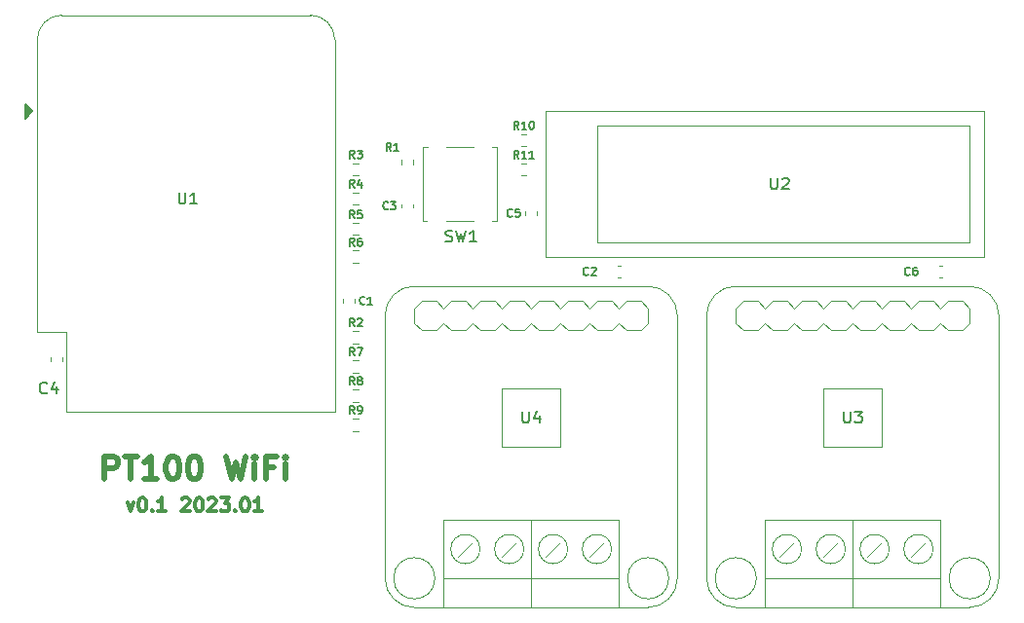
<source format=gbr>
%TF.GenerationSoftware,KiCad,Pcbnew,6.0.10+dfsg-1~bpo11+1*%
%TF.CreationDate,2023-02-01T20:55:54+01:00*%
%TF.ProjectId,double_pt100,646f7562-6c65-45f7-9074-3130302e6b69,rev?*%
%TF.SameCoordinates,Original*%
%TF.FileFunction,Legend,Top*%
%TF.FilePolarity,Positive*%
%FSLAX46Y46*%
G04 Gerber Fmt 4.6, Leading zero omitted, Abs format (unit mm)*
G04 Created by KiCad (PCBNEW 6.0.10+dfsg-1~bpo11+1) date 2023-02-01 20:55:54*
%MOMM*%
%LPD*%
G01*
G04 APERTURE LIST*
%ADD10C,0.500000*%
%ADD11C,0.300000*%
%ADD12C,0.150000*%
%ADD13C,0.120000*%
G04 APERTURE END LIST*
D10*
X82312857Y-137429761D02*
X82312857Y-135429761D01*
X83074761Y-135429761D01*
X83265238Y-135525000D01*
X83360476Y-135620238D01*
X83455714Y-135810714D01*
X83455714Y-136096428D01*
X83360476Y-136286904D01*
X83265238Y-136382142D01*
X83074761Y-136477380D01*
X82312857Y-136477380D01*
X84027142Y-135429761D02*
X85170000Y-135429761D01*
X84598571Y-137429761D02*
X84598571Y-135429761D01*
X86884285Y-137429761D02*
X85741428Y-137429761D01*
X86312857Y-137429761D02*
X86312857Y-135429761D01*
X86122380Y-135715476D01*
X85931904Y-135905952D01*
X85741428Y-136001190D01*
X88122380Y-135429761D02*
X88312857Y-135429761D01*
X88503333Y-135525000D01*
X88598571Y-135620238D01*
X88693809Y-135810714D01*
X88789047Y-136191666D01*
X88789047Y-136667857D01*
X88693809Y-137048809D01*
X88598571Y-137239285D01*
X88503333Y-137334523D01*
X88312857Y-137429761D01*
X88122380Y-137429761D01*
X87931904Y-137334523D01*
X87836666Y-137239285D01*
X87741428Y-137048809D01*
X87646190Y-136667857D01*
X87646190Y-136191666D01*
X87741428Y-135810714D01*
X87836666Y-135620238D01*
X87931904Y-135525000D01*
X88122380Y-135429761D01*
X90027142Y-135429761D02*
X90217619Y-135429761D01*
X90408095Y-135525000D01*
X90503333Y-135620238D01*
X90598571Y-135810714D01*
X90693809Y-136191666D01*
X90693809Y-136667857D01*
X90598571Y-137048809D01*
X90503333Y-137239285D01*
X90408095Y-137334523D01*
X90217619Y-137429761D01*
X90027142Y-137429761D01*
X89836666Y-137334523D01*
X89741428Y-137239285D01*
X89646190Y-137048809D01*
X89550952Y-136667857D01*
X89550952Y-136191666D01*
X89646190Y-135810714D01*
X89741428Y-135620238D01*
X89836666Y-135525000D01*
X90027142Y-135429761D01*
X92884285Y-135429761D02*
X93360476Y-137429761D01*
X93741428Y-136001190D01*
X94122380Y-137429761D01*
X94598571Y-135429761D01*
X95360476Y-137429761D02*
X95360476Y-136096428D01*
X95360476Y-135429761D02*
X95265238Y-135525000D01*
X95360476Y-135620238D01*
X95455714Y-135525000D01*
X95360476Y-135429761D01*
X95360476Y-135620238D01*
X96979523Y-136382142D02*
X96312857Y-136382142D01*
X96312857Y-137429761D02*
X96312857Y-135429761D01*
X97265238Y-135429761D01*
X98027142Y-137429761D02*
X98027142Y-136096428D01*
X98027142Y-135429761D02*
X97931904Y-135525000D01*
X98027142Y-135620238D01*
X98122380Y-135525000D01*
X98027142Y-135429761D01*
X98027142Y-135620238D01*
D11*
X84284285Y-139442857D02*
X84570000Y-140242857D01*
X84855714Y-139442857D01*
X85541428Y-139042857D02*
X85655714Y-139042857D01*
X85770000Y-139100000D01*
X85827142Y-139157142D01*
X85884285Y-139271428D01*
X85941428Y-139500000D01*
X85941428Y-139785714D01*
X85884285Y-140014285D01*
X85827142Y-140128571D01*
X85770000Y-140185714D01*
X85655714Y-140242857D01*
X85541428Y-140242857D01*
X85427142Y-140185714D01*
X85370000Y-140128571D01*
X85312857Y-140014285D01*
X85255714Y-139785714D01*
X85255714Y-139500000D01*
X85312857Y-139271428D01*
X85370000Y-139157142D01*
X85427142Y-139100000D01*
X85541428Y-139042857D01*
X86455714Y-140128571D02*
X86512857Y-140185714D01*
X86455714Y-140242857D01*
X86398571Y-140185714D01*
X86455714Y-140128571D01*
X86455714Y-140242857D01*
X87655714Y-140242857D02*
X86970000Y-140242857D01*
X87312857Y-140242857D02*
X87312857Y-139042857D01*
X87198571Y-139214285D01*
X87084285Y-139328571D01*
X86970000Y-139385714D01*
X89027142Y-139157142D02*
X89084285Y-139100000D01*
X89198571Y-139042857D01*
X89484285Y-139042857D01*
X89598571Y-139100000D01*
X89655714Y-139157142D01*
X89712857Y-139271428D01*
X89712857Y-139385714D01*
X89655714Y-139557142D01*
X88970000Y-140242857D01*
X89712857Y-140242857D01*
X90455714Y-139042857D02*
X90570000Y-139042857D01*
X90684285Y-139100000D01*
X90741428Y-139157142D01*
X90798571Y-139271428D01*
X90855714Y-139500000D01*
X90855714Y-139785714D01*
X90798571Y-140014285D01*
X90741428Y-140128571D01*
X90684285Y-140185714D01*
X90570000Y-140242857D01*
X90455714Y-140242857D01*
X90341428Y-140185714D01*
X90284285Y-140128571D01*
X90227142Y-140014285D01*
X90170000Y-139785714D01*
X90170000Y-139500000D01*
X90227142Y-139271428D01*
X90284285Y-139157142D01*
X90341428Y-139100000D01*
X90455714Y-139042857D01*
X91312857Y-139157142D02*
X91370000Y-139100000D01*
X91484285Y-139042857D01*
X91770000Y-139042857D01*
X91884285Y-139100000D01*
X91941428Y-139157142D01*
X91998571Y-139271428D01*
X91998571Y-139385714D01*
X91941428Y-139557142D01*
X91255714Y-140242857D01*
X91998571Y-140242857D01*
X92398571Y-139042857D02*
X93141428Y-139042857D01*
X92741428Y-139500000D01*
X92912857Y-139500000D01*
X93027142Y-139557142D01*
X93084285Y-139614285D01*
X93141428Y-139728571D01*
X93141428Y-140014285D01*
X93084285Y-140128571D01*
X93027142Y-140185714D01*
X92912857Y-140242857D01*
X92570000Y-140242857D01*
X92455714Y-140185714D01*
X92398571Y-140128571D01*
X93655714Y-140128571D02*
X93712857Y-140185714D01*
X93655714Y-140242857D01*
X93598571Y-140185714D01*
X93655714Y-140128571D01*
X93655714Y-140242857D01*
X94455714Y-139042857D02*
X94570000Y-139042857D01*
X94684285Y-139100000D01*
X94741428Y-139157142D01*
X94798571Y-139271428D01*
X94855714Y-139500000D01*
X94855714Y-139785714D01*
X94798571Y-140014285D01*
X94741428Y-140128571D01*
X94684285Y-140185714D01*
X94570000Y-140242857D01*
X94455714Y-140242857D01*
X94341428Y-140185714D01*
X94284285Y-140128571D01*
X94227142Y-140014285D01*
X94170000Y-139785714D01*
X94170000Y-139500000D01*
X94227142Y-139271428D01*
X94284285Y-139157142D01*
X94341428Y-139100000D01*
X94455714Y-139042857D01*
X95998571Y-140242857D02*
X95312857Y-140242857D01*
X95655714Y-140242857D02*
X95655714Y-139042857D01*
X95541428Y-139214285D01*
X95427142Y-139328571D01*
X95312857Y-139385714D01*
D12*
%TO.C,R11*%
X118295000Y-109536666D02*
X118061666Y-109203333D01*
X117895000Y-109536666D02*
X117895000Y-108836666D01*
X118161666Y-108836666D01*
X118228333Y-108870000D01*
X118261666Y-108903333D01*
X118295000Y-108970000D01*
X118295000Y-109070000D01*
X118261666Y-109136666D01*
X118228333Y-109170000D01*
X118161666Y-109203333D01*
X117895000Y-109203333D01*
X118961666Y-109536666D02*
X118561666Y-109536666D01*
X118761666Y-109536666D02*
X118761666Y-108836666D01*
X118695000Y-108936666D01*
X118628333Y-109003333D01*
X118561666Y-109036666D01*
X119628333Y-109536666D02*
X119228333Y-109536666D01*
X119428333Y-109536666D02*
X119428333Y-108836666D01*
X119361666Y-108936666D01*
X119295000Y-109003333D01*
X119228333Y-109036666D01*
%TO.C,R6*%
X104023333Y-117156666D02*
X103790000Y-116823333D01*
X103623333Y-117156666D02*
X103623333Y-116456666D01*
X103890000Y-116456666D01*
X103956666Y-116490000D01*
X103990000Y-116523333D01*
X104023333Y-116590000D01*
X104023333Y-116690000D01*
X103990000Y-116756666D01*
X103956666Y-116790000D01*
X103890000Y-116823333D01*
X103623333Y-116823333D01*
X104623333Y-116456666D02*
X104490000Y-116456666D01*
X104423333Y-116490000D01*
X104390000Y-116523333D01*
X104323333Y-116623333D01*
X104290000Y-116756666D01*
X104290000Y-117023333D01*
X104323333Y-117090000D01*
X104356666Y-117123333D01*
X104423333Y-117156666D01*
X104556666Y-117156666D01*
X104623333Y-117123333D01*
X104656666Y-117090000D01*
X104690000Y-117023333D01*
X104690000Y-116856666D01*
X104656666Y-116790000D01*
X104623333Y-116756666D01*
X104556666Y-116723333D01*
X104423333Y-116723333D01*
X104356666Y-116756666D01*
X104323333Y-116790000D01*
X104290000Y-116856666D01*
%TO.C,C6*%
X152283333Y-119630000D02*
X152250000Y-119663333D01*
X152150000Y-119696666D01*
X152083333Y-119696666D01*
X151983333Y-119663333D01*
X151916666Y-119596666D01*
X151883333Y-119530000D01*
X151850000Y-119396666D01*
X151850000Y-119296666D01*
X151883333Y-119163333D01*
X151916666Y-119096666D01*
X151983333Y-119030000D01*
X152083333Y-118996666D01*
X152150000Y-118996666D01*
X152250000Y-119030000D01*
X152283333Y-119063333D01*
X152883333Y-118996666D02*
X152750000Y-118996666D01*
X152683333Y-119030000D01*
X152650000Y-119063333D01*
X152583333Y-119163333D01*
X152550000Y-119296666D01*
X152550000Y-119563333D01*
X152583333Y-119630000D01*
X152616666Y-119663333D01*
X152683333Y-119696666D01*
X152816666Y-119696666D01*
X152883333Y-119663333D01*
X152916666Y-119630000D01*
X152950000Y-119563333D01*
X152950000Y-119396666D01*
X152916666Y-119330000D01*
X152883333Y-119296666D01*
X152816666Y-119263333D01*
X152683333Y-119263333D01*
X152616666Y-119296666D01*
X152583333Y-119330000D01*
X152550000Y-119396666D01*
%TO.C,C5*%
X117739333Y-114550000D02*
X117706000Y-114583333D01*
X117606000Y-114616666D01*
X117539333Y-114616666D01*
X117439333Y-114583333D01*
X117372666Y-114516666D01*
X117339333Y-114450000D01*
X117306000Y-114316666D01*
X117306000Y-114216666D01*
X117339333Y-114083333D01*
X117372666Y-114016666D01*
X117439333Y-113950000D01*
X117539333Y-113916666D01*
X117606000Y-113916666D01*
X117706000Y-113950000D01*
X117739333Y-113983333D01*
X118372666Y-113916666D02*
X118039333Y-113916666D01*
X118006000Y-114250000D01*
X118039333Y-114216666D01*
X118106000Y-114183333D01*
X118272666Y-114183333D01*
X118339333Y-114216666D01*
X118372666Y-114250000D01*
X118406000Y-114316666D01*
X118406000Y-114483333D01*
X118372666Y-114550000D01*
X118339333Y-114583333D01*
X118272666Y-114616666D01*
X118106000Y-114616666D01*
X118039333Y-114583333D01*
X118006000Y-114550000D01*
%TO.C,R1*%
X107198333Y-108901666D02*
X106965000Y-108568333D01*
X106798333Y-108901666D02*
X106798333Y-108201666D01*
X107065000Y-108201666D01*
X107131666Y-108235000D01*
X107165000Y-108268333D01*
X107198333Y-108335000D01*
X107198333Y-108435000D01*
X107165000Y-108501666D01*
X107131666Y-108535000D01*
X107065000Y-108568333D01*
X106798333Y-108568333D01*
X107865000Y-108901666D02*
X107465000Y-108901666D01*
X107665000Y-108901666D02*
X107665000Y-108201666D01*
X107598333Y-108301666D01*
X107531666Y-108368333D01*
X107465000Y-108401666D01*
%TO.C,R2*%
X104023333Y-124141666D02*
X103790000Y-123808333D01*
X103623333Y-124141666D02*
X103623333Y-123441666D01*
X103890000Y-123441666D01*
X103956666Y-123475000D01*
X103990000Y-123508333D01*
X104023333Y-123575000D01*
X104023333Y-123675000D01*
X103990000Y-123741666D01*
X103956666Y-123775000D01*
X103890000Y-123808333D01*
X103623333Y-123808333D01*
X104290000Y-123508333D02*
X104323333Y-123475000D01*
X104390000Y-123441666D01*
X104556666Y-123441666D01*
X104623333Y-123475000D01*
X104656666Y-123508333D01*
X104690000Y-123575000D01*
X104690000Y-123641666D01*
X104656666Y-123741666D01*
X104256666Y-124141666D01*
X104690000Y-124141666D01*
%TO.C,R10*%
X118295000Y-106996666D02*
X118061666Y-106663333D01*
X117895000Y-106996666D02*
X117895000Y-106296666D01*
X118161666Y-106296666D01*
X118228333Y-106330000D01*
X118261666Y-106363333D01*
X118295000Y-106430000D01*
X118295000Y-106530000D01*
X118261666Y-106596666D01*
X118228333Y-106630000D01*
X118161666Y-106663333D01*
X117895000Y-106663333D01*
X118961666Y-106996666D02*
X118561666Y-106996666D01*
X118761666Y-106996666D02*
X118761666Y-106296666D01*
X118695000Y-106396666D01*
X118628333Y-106463333D01*
X118561666Y-106496666D01*
X119395000Y-106296666D02*
X119461666Y-106296666D01*
X119528333Y-106330000D01*
X119561666Y-106363333D01*
X119595000Y-106430000D01*
X119628333Y-106563333D01*
X119628333Y-106730000D01*
X119595000Y-106863333D01*
X119561666Y-106930000D01*
X119528333Y-106963333D01*
X119461666Y-106996666D01*
X119395000Y-106996666D01*
X119328333Y-106963333D01*
X119295000Y-106930000D01*
X119261666Y-106863333D01*
X119228333Y-106730000D01*
X119228333Y-106563333D01*
X119261666Y-106430000D01*
X119295000Y-106363333D01*
X119328333Y-106330000D01*
X119395000Y-106296666D01*
%TO.C,R4*%
X104023333Y-112076666D02*
X103790000Y-111743333D01*
X103623333Y-112076666D02*
X103623333Y-111376666D01*
X103890000Y-111376666D01*
X103956666Y-111410000D01*
X103990000Y-111443333D01*
X104023333Y-111510000D01*
X104023333Y-111610000D01*
X103990000Y-111676666D01*
X103956666Y-111710000D01*
X103890000Y-111743333D01*
X103623333Y-111743333D01*
X104623333Y-111610000D02*
X104623333Y-112076666D01*
X104456666Y-111343333D02*
X104290000Y-111843333D01*
X104723333Y-111843333D01*
%TO.C,C1*%
X104912333Y-122170000D02*
X104879000Y-122203333D01*
X104779000Y-122236666D01*
X104712333Y-122236666D01*
X104612333Y-122203333D01*
X104545666Y-122136666D01*
X104512333Y-122070000D01*
X104479000Y-121936666D01*
X104479000Y-121836666D01*
X104512333Y-121703333D01*
X104545666Y-121636666D01*
X104612333Y-121570000D01*
X104712333Y-121536666D01*
X104779000Y-121536666D01*
X104879000Y-121570000D01*
X104912333Y-121603333D01*
X105579000Y-122236666D02*
X105179000Y-122236666D01*
X105379000Y-122236666D02*
X105379000Y-121536666D01*
X105312333Y-121636666D01*
X105245666Y-121703333D01*
X105179000Y-121736666D01*
%TO.C,SW1*%
X111950666Y-116736761D02*
X112093523Y-116784380D01*
X112331619Y-116784380D01*
X112426857Y-116736761D01*
X112474476Y-116689142D01*
X112522095Y-116593904D01*
X112522095Y-116498666D01*
X112474476Y-116403428D01*
X112426857Y-116355809D01*
X112331619Y-116308190D01*
X112141142Y-116260571D01*
X112045904Y-116212952D01*
X111998285Y-116165333D01*
X111950666Y-116070095D01*
X111950666Y-115974857D01*
X111998285Y-115879619D01*
X112045904Y-115832000D01*
X112141142Y-115784380D01*
X112379238Y-115784380D01*
X112522095Y-115832000D01*
X112855428Y-115784380D02*
X113093523Y-116784380D01*
X113284000Y-116070095D01*
X113474476Y-116784380D01*
X113712571Y-115784380D01*
X114617333Y-116784380D02*
X114045904Y-116784380D01*
X114331619Y-116784380D02*
X114331619Y-115784380D01*
X114236380Y-115927238D01*
X114141142Y-116022476D01*
X114045904Y-116070095D01*
%TO.C,R7*%
X104023333Y-126681666D02*
X103790000Y-126348333D01*
X103623333Y-126681666D02*
X103623333Y-125981666D01*
X103890000Y-125981666D01*
X103956666Y-126015000D01*
X103990000Y-126048333D01*
X104023333Y-126115000D01*
X104023333Y-126215000D01*
X103990000Y-126281666D01*
X103956666Y-126315000D01*
X103890000Y-126348333D01*
X103623333Y-126348333D01*
X104256666Y-125981666D02*
X104723333Y-125981666D01*
X104423333Y-126681666D01*
%TO.C,C2*%
X124343333Y-119630000D02*
X124310000Y-119663333D01*
X124210000Y-119696666D01*
X124143333Y-119696666D01*
X124043333Y-119663333D01*
X123976666Y-119596666D01*
X123943333Y-119530000D01*
X123910000Y-119396666D01*
X123910000Y-119296666D01*
X123943333Y-119163333D01*
X123976666Y-119096666D01*
X124043333Y-119030000D01*
X124143333Y-118996666D01*
X124210000Y-118996666D01*
X124310000Y-119030000D01*
X124343333Y-119063333D01*
X124610000Y-119063333D02*
X124643333Y-119030000D01*
X124710000Y-118996666D01*
X124876666Y-118996666D01*
X124943333Y-119030000D01*
X124976666Y-119063333D01*
X125010000Y-119130000D01*
X125010000Y-119196666D01*
X124976666Y-119296666D01*
X124576666Y-119696666D01*
X125010000Y-119696666D01*
%TO.C,R5*%
X104023333Y-114743666D02*
X103790000Y-114410333D01*
X103623333Y-114743666D02*
X103623333Y-114043666D01*
X103890000Y-114043666D01*
X103956666Y-114077000D01*
X103990000Y-114110333D01*
X104023333Y-114177000D01*
X104023333Y-114277000D01*
X103990000Y-114343666D01*
X103956666Y-114377000D01*
X103890000Y-114410333D01*
X103623333Y-114410333D01*
X104656666Y-114043666D02*
X104323333Y-114043666D01*
X104290000Y-114377000D01*
X104323333Y-114343666D01*
X104390000Y-114310333D01*
X104556666Y-114310333D01*
X104623333Y-114343666D01*
X104656666Y-114377000D01*
X104690000Y-114443666D01*
X104690000Y-114610333D01*
X104656666Y-114677000D01*
X104623333Y-114710333D01*
X104556666Y-114743666D01*
X104390000Y-114743666D01*
X104323333Y-114710333D01*
X104290000Y-114677000D01*
%TO.C,R8*%
X104023333Y-129221666D02*
X103790000Y-128888333D01*
X103623333Y-129221666D02*
X103623333Y-128521666D01*
X103890000Y-128521666D01*
X103956666Y-128555000D01*
X103990000Y-128588333D01*
X104023333Y-128655000D01*
X104023333Y-128755000D01*
X103990000Y-128821666D01*
X103956666Y-128855000D01*
X103890000Y-128888333D01*
X103623333Y-128888333D01*
X104423333Y-128821666D02*
X104356666Y-128788333D01*
X104323333Y-128755000D01*
X104290000Y-128688333D01*
X104290000Y-128655000D01*
X104323333Y-128588333D01*
X104356666Y-128555000D01*
X104423333Y-128521666D01*
X104556666Y-128521666D01*
X104623333Y-128555000D01*
X104656666Y-128588333D01*
X104690000Y-128655000D01*
X104690000Y-128688333D01*
X104656666Y-128755000D01*
X104623333Y-128788333D01*
X104556666Y-128821666D01*
X104423333Y-128821666D01*
X104356666Y-128855000D01*
X104323333Y-128888333D01*
X104290000Y-128955000D01*
X104290000Y-129088333D01*
X104323333Y-129155000D01*
X104356666Y-129188333D01*
X104423333Y-129221666D01*
X104556666Y-129221666D01*
X104623333Y-129188333D01*
X104656666Y-129155000D01*
X104690000Y-129088333D01*
X104690000Y-128955000D01*
X104656666Y-128888333D01*
X104623333Y-128855000D01*
X104556666Y-128821666D01*
%TO.C,R3*%
X104023333Y-109536666D02*
X103790000Y-109203333D01*
X103623333Y-109536666D02*
X103623333Y-108836666D01*
X103890000Y-108836666D01*
X103956666Y-108870000D01*
X103990000Y-108903333D01*
X104023333Y-108970000D01*
X104023333Y-109070000D01*
X103990000Y-109136666D01*
X103956666Y-109170000D01*
X103890000Y-109203333D01*
X103623333Y-109203333D01*
X104256666Y-108836666D02*
X104690000Y-108836666D01*
X104456666Y-109103333D01*
X104556666Y-109103333D01*
X104623333Y-109136666D01*
X104656666Y-109170000D01*
X104690000Y-109236666D01*
X104690000Y-109403333D01*
X104656666Y-109470000D01*
X104623333Y-109503333D01*
X104556666Y-109536666D01*
X104356666Y-109536666D01*
X104290000Y-109503333D01*
X104256666Y-109470000D01*
%TO.C,U1*%
X88773095Y-112482380D02*
X88773095Y-113291904D01*
X88820714Y-113387142D01*
X88868333Y-113434761D01*
X88963571Y-113482380D01*
X89154047Y-113482380D01*
X89249285Y-113434761D01*
X89296904Y-113387142D01*
X89344523Y-113291904D01*
X89344523Y-112482380D01*
X90344523Y-113482380D02*
X89773095Y-113482380D01*
X90058809Y-113482380D02*
X90058809Y-112482380D01*
X89963571Y-112625238D01*
X89868333Y-112720476D01*
X89773095Y-112768095D01*
%TO.C,C3*%
X106944333Y-113915000D02*
X106911000Y-113948333D01*
X106811000Y-113981666D01*
X106744333Y-113981666D01*
X106644333Y-113948333D01*
X106577666Y-113881666D01*
X106544333Y-113815000D01*
X106511000Y-113681666D01*
X106511000Y-113581666D01*
X106544333Y-113448333D01*
X106577666Y-113381666D01*
X106644333Y-113315000D01*
X106744333Y-113281666D01*
X106811000Y-113281666D01*
X106911000Y-113315000D01*
X106944333Y-113348333D01*
X107177666Y-113281666D02*
X107611000Y-113281666D01*
X107377666Y-113548333D01*
X107477666Y-113548333D01*
X107544333Y-113581666D01*
X107577666Y-113615000D01*
X107611000Y-113681666D01*
X107611000Y-113848333D01*
X107577666Y-113915000D01*
X107544333Y-113948333D01*
X107477666Y-113981666D01*
X107277666Y-113981666D01*
X107211000Y-113948333D01*
X107177666Y-113915000D01*
%TO.C,U4*%
X118618095Y-131532380D02*
X118618095Y-132341904D01*
X118665714Y-132437142D01*
X118713333Y-132484761D01*
X118808571Y-132532380D01*
X118999047Y-132532380D01*
X119094285Y-132484761D01*
X119141904Y-132437142D01*
X119189523Y-132341904D01*
X119189523Y-131532380D01*
X120094285Y-131865714D02*
X120094285Y-132532380D01*
X119856190Y-131484761D02*
X119618095Y-132199047D01*
X120237142Y-132199047D01*
%TO.C,R9*%
X104023333Y-131761666D02*
X103790000Y-131428333D01*
X103623333Y-131761666D02*
X103623333Y-131061666D01*
X103890000Y-131061666D01*
X103956666Y-131095000D01*
X103990000Y-131128333D01*
X104023333Y-131195000D01*
X104023333Y-131295000D01*
X103990000Y-131361666D01*
X103956666Y-131395000D01*
X103890000Y-131428333D01*
X103623333Y-131428333D01*
X104356666Y-131761666D02*
X104490000Y-131761666D01*
X104556666Y-131728333D01*
X104590000Y-131695000D01*
X104656666Y-131595000D01*
X104690000Y-131461666D01*
X104690000Y-131195000D01*
X104656666Y-131128333D01*
X104623333Y-131095000D01*
X104556666Y-131061666D01*
X104423333Y-131061666D01*
X104356666Y-131095000D01*
X104323333Y-131128333D01*
X104290000Y-131195000D01*
X104290000Y-131361666D01*
X104323333Y-131428333D01*
X104356666Y-131461666D01*
X104423333Y-131495000D01*
X104556666Y-131495000D01*
X104623333Y-131461666D01*
X104656666Y-131428333D01*
X104690000Y-131361666D01*
%TO.C,U3*%
X146558095Y-131532380D02*
X146558095Y-132341904D01*
X146605714Y-132437142D01*
X146653333Y-132484761D01*
X146748571Y-132532380D01*
X146939047Y-132532380D01*
X147034285Y-132484761D01*
X147081904Y-132437142D01*
X147129523Y-132341904D01*
X147129523Y-131532380D01*
X147510476Y-131532380D02*
X148129523Y-131532380D01*
X147796190Y-131913333D01*
X147939047Y-131913333D01*
X148034285Y-131960952D01*
X148081904Y-132008571D01*
X148129523Y-132103809D01*
X148129523Y-132341904D01*
X148081904Y-132437142D01*
X148034285Y-132484761D01*
X147939047Y-132532380D01*
X147653333Y-132532380D01*
X147558095Y-132484761D01*
X147510476Y-132437142D01*
%TO.C,C4*%
X77303333Y-129897142D02*
X77255714Y-129944761D01*
X77112857Y-129992380D01*
X77017619Y-129992380D01*
X76874761Y-129944761D01*
X76779523Y-129849523D01*
X76731904Y-129754285D01*
X76684285Y-129563809D01*
X76684285Y-129420952D01*
X76731904Y-129230476D01*
X76779523Y-129135238D01*
X76874761Y-129040000D01*
X77017619Y-128992380D01*
X77112857Y-128992380D01*
X77255714Y-129040000D01*
X77303333Y-129087619D01*
X78160476Y-129325714D02*
X78160476Y-129992380D01*
X77922380Y-128944761D02*
X77684285Y-129659047D01*
X78303333Y-129659047D01*
%TO.C,U2*%
X140208095Y-111212380D02*
X140208095Y-112021904D01*
X140255714Y-112117142D01*
X140303333Y-112164761D01*
X140398571Y-112212380D01*
X140589047Y-112212380D01*
X140684285Y-112164761D01*
X140731904Y-112117142D01*
X140779523Y-112021904D01*
X140779523Y-111212380D01*
X141208095Y-111307619D02*
X141255714Y-111260000D01*
X141350952Y-111212380D01*
X141589047Y-111212380D01*
X141684285Y-111260000D01*
X141731904Y-111307619D01*
X141779523Y-111402857D01*
X141779523Y-111498095D01*
X141731904Y-111640952D01*
X141160476Y-112212380D01*
X141779523Y-112212380D01*
D13*
%TO.C,R11*%
X118507742Y-111012500D02*
X118982258Y-111012500D01*
X118507742Y-109967500D02*
X118982258Y-109967500D01*
%TO.C,R6*%
X103902742Y-118600000D02*
X104377258Y-118600000D01*
X103902742Y-117555000D02*
X104377258Y-117555000D01*
%TO.C,C6*%
X155080580Y-119890000D02*
X154799420Y-119890000D01*
X155080580Y-118870000D02*
X154799420Y-118870000D01*
%TO.C,C5*%
X118870000Y-114159420D02*
X118870000Y-114440580D01*
X119890000Y-114159420D02*
X119890000Y-114440580D01*
%TO.C,R1*%
X108062500Y-109617742D02*
X108062500Y-110092258D01*
X109107500Y-109617742D02*
X109107500Y-110092258D01*
%TO.C,R2*%
X103902742Y-124572500D02*
X104377258Y-124572500D01*
X103902742Y-125617500D02*
X104377258Y-125617500D01*
%TO.C,R10*%
X118507742Y-107427500D02*
X118982258Y-107427500D01*
X118507742Y-108472500D02*
X118982258Y-108472500D01*
%TO.C,R4*%
X103902742Y-112507500D02*
X104377258Y-112507500D01*
X103902742Y-113552500D02*
X104377258Y-113552500D01*
%TO.C,C1*%
X102995000Y-122060580D02*
X102995000Y-121779420D01*
X104015000Y-122060580D02*
X104015000Y-121779420D01*
%TO.C,SW1*%
X116420000Y-108550000D02*
X116010000Y-108550000D01*
X110000000Y-108550000D02*
X110000000Y-114970000D01*
X116010000Y-114970000D02*
X116420000Y-114970000D01*
X116420000Y-114970000D02*
X116420000Y-108550000D01*
X112010000Y-114970000D02*
X114410000Y-114970000D01*
X110410000Y-108550000D02*
X110000000Y-108550000D01*
X114410000Y-108550000D02*
X112010000Y-108550000D01*
X110000000Y-114970000D02*
X110280000Y-114970000D01*
%TO.C,R7*%
X103902742Y-127112500D02*
X104377258Y-127112500D01*
X103902742Y-128157500D02*
X104377258Y-128157500D01*
%TO.C,C2*%
X127140580Y-119890000D02*
X126859420Y-119890000D01*
X127140580Y-118870000D02*
X126859420Y-118870000D01*
%TO.C,R5*%
X103902742Y-116170000D02*
X104377258Y-116170000D01*
X103902742Y-115125000D02*
X104377258Y-115125000D01*
%TO.C,R8*%
X103902742Y-130697500D02*
X104377258Y-130697500D01*
X103902742Y-129652500D02*
X104377258Y-129652500D01*
%TO.C,R3*%
X103902742Y-111012500D02*
X104377258Y-111012500D01*
X103902742Y-109967500D02*
X104377258Y-109967500D01*
%TO.C,U1*%
X78995000Y-131530000D02*
X102315000Y-131530000D01*
X100195000Y-97070000D02*
X78585000Y-97070000D01*
X76455000Y-124630000D02*
X78995000Y-124630000D01*
X76455000Y-124630000D02*
X76455000Y-99200000D01*
X102315000Y-131530000D02*
X102315000Y-99200000D01*
X78995000Y-124630000D02*
X78995000Y-131530000D01*
X102315000Y-99200000D02*
G75*
G03*
X100185000Y-97070000I-2130000J0D01*
G01*
X78585000Y-97070000D02*
G75*
G03*
X76455000Y-99200000I2J-2130002D01*
G01*
G36*
X76050000Y-105410000D02*
G01*
X75415000Y-106045000D01*
X75415000Y-104775000D01*
X76050000Y-105410000D01*
G37*
D12*
X76050000Y-105410000D02*
X75415000Y-106045000D01*
X75415000Y-104775000D01*
X76050000Y-105410000D01*
D13*
%TO.C,C3*%
X109095000Y-113524420D02*
X109095000Y-113805580D01*
X108075000Y-113524420D02*
X108075000Y-113805580D01*
%TO.C,U4*%
X114300000Y-123825000D02*
X113665000Y-124460000D01*
X111760000Y-140970000D02*
X111760000Y-148590000D01*
X127000000Y-148590000D02*
X127000000Y-140970000D01*
X116205000Y-124460000D02*
X114935000Y-124460000D01*
X125095000Y-121920000D02*
X126365000Y-121920000D01*
X128905000Y-124460000D02*
X129540000Y-123825000D01*
X127635000Y-124460000D02*
X128905000Y-124460000D01*
X124460000Y-123825000D02*
X123825000Y-124460000D01*
X111760000Y-122555000D02*
X112395000Y-121920000D01*
X116840000Y-129540000D02*
X121920000Y-129540000D01*
X122555000Y-121920000D02*
X123825000Y-121920000D01*
X121285000Y-124460000D02*
X120015000Y-124460000D01*
X127000000Y-146050000D02*
X111760000Y-146050000D01*
X123825000Y-121920000D02*
X124460000Y-122555000D01*
X121920000Y-122555000D02*
X122555000Y-121920000D01*
X120015000Y-121920000D02*
X121285000Y-121920000D01*
X122555000Y-124460000D02*
X121920000Y-123825000D01*
X129540000Y-148590000D02*
X109220000Y-148590000D01*
X121920000Y-134620000D02*
X116840000Y-134620000D01*
X121920000Y-129540000D02*
X121920000Y-134620000D01*
X106680000Y-146050000D02*
X106680000Y-123190000D01*
X121920000Y-123825000D02*
X121285000Y-124460000D01*
X125730000Y-142875000D02*
X124460000Y-144145000D01*
X116205000Y-121920000D02*
X116840000Y-122555000D01*
X111760000Y-123825000D02*
X111125000Y-124460000D01*
X111125000Y-121920000D02*
X111760000Y-122555000D01*
X116840000Y-123825000D02*
X116205000Y-124460000D01*
X123825000Y-124460000D02*
X122555000Y-124460000D01*
X114935000Y-124460000D02*
X114300000Y-123825000D01*
X117475000Y-124460000D02*
X116840000Y-123825000D01*
X114300000Y-122555000D02*
X114935000Y-121920000D01*
X128905000Y-121920000D02*
X127635000Y-121920000D01*
X109855000Y-124460000D02*
X109220000Y-123825000D01*
X109855000Y-121920000D02*
X111125000Y-121920000D01*
X118745000Y-124460000D02*
X117475000Y-124460000D01*
X119380000Y-140970000D02*
X111760000Y-140970000D01*
X118110000Y-142875000D02*
X116840000Y-144145000D01*
X109220000Y-123825000D02*
X109220000Y-122555000D01*
X116840000Y-122555000D02*
X117475000Y-121920000D01*
X126365000Y-121920000D02*
X127000000Y-122555000D01*
X113665000Y-124460000D02*
X112395000Y-124460000D01*
X127000000Y-123825000D02*
X126365000Y-124460000D01*
X127635000Y-121920000D02*
X127000000Y-122555000D01*
X132080000Y-123190000D02*
X132080000Y-146050000D01*
X129540000Y-123825000D02*
X129540000Y-122555000D01*
X124460000Y-122555000D02*
X125095000Y-121920000D01*
X120015000Y-124460000D02*
X119380000Y-123825000D01*
X112395000Y-124460000D02*
X111760000Y-123825000D01*
X119380000Y-148590000D02*
X119380000Y-140970000D01*
X116840000Y-134620000D02*
X116840000Y-129540000D01*
X127000000Y-123825000D02*
X127635000Y-124460000D01*
X129540000Y-122555000D02*
X128905000Y-121920000D01*
X125095000Y-124460000D02*
X124460000Y-123825000D01*
X119380000Y-123825000D02*
X118745000Y-124460000D01*
X114935000Y-121920000D02*
X116205000Y-121920000D01*
X119380000Y-122555000D02*
X120015000Y-121920000D01*
X111125000Y-124460000D02*
X109855000Y-124460000D01*
X121285000Y-121920000D02*
X121920000Y-122555000D01*
X118745000Y-121920000D02*
X119380000Y-122555000D01*
X109220000Y-122555000D02*
X109855000Y-121920000D01*
X112395000Y-121920000D02*
X113665000Y-121920000D01*
X121920000Y-142875000D02*
X120650000Y-144145000D01*
X114300000Y-142875000D02*
X113030000Y-144145000D01*
X109220000Y-120650000D02*
X129540000Y-120650000D01*
X113665000Y-121920000D02*
X114300000Y-122555000D01*
X126365000Y-124460000D02*
X125095000Y-124460000D01*
X117475000Y-121920000D02*
X118745000Y-121920000D01*
X127000000Y-140970000D02*
X119380000Y-140970000D01*
X132080000Y-123190000D02*
G75*
G03*
X129540000Y-120650000I-2540001J-1D01*
G01*
X106680000Y-146050000D02*
G75*
G03*
X109220000Y-148590000I2540000J0D01*
G01*
X109220000Y-120650000D02*
G75*
G03*
X106680000Y-123190000I0J-2540000D01*
G01*
X129540000Y-148590000D02*
G75*
G03*
X132080000Y-146050000I-1J2540001D01*
G01*
X126365000Y-143510000D02*
G75*
G03*
X126365000Y-143510000I-1270000J0D01*
G01*
X118745000Y-143510000D02*
G75*
G03*
X118745000Y-143510000I-1270000J0D01*
G01*
X114935000Y-143510000D02*
G75*
G03*
X114935000Y-143510000I-1270000J0D01*
G01*
X122555000Y-143510000D02*
G75*
G03*
X122555000Y-143510000I-1270000J0D01*
G01*
X111016051Y-146050000D02*
G75*
G03*
X111016051Y-146050000I-1796051J0D01*
G01*
X131336051Y-146050000D02*
G75*
G03*
X131336051Y-146050000I-1796051J0D01*
G01*
%TO.C,R9*%
X103902742Y-133237500D02*
X104377258Y-133237500D01*
X103902742Y-132192500D02*
X104377258Y-132192500D01*
%TO.C,U3*%
X146685000Y-143510000D02*
G75*
G03*
X146685000Y-143510000I-1270000J0D01*
G01*
X138956051Y-146050000D02*
G75*
G03*
X138956051Y-146050000I-1796051J0D01*
G01*
X142875000Y-143510000D02*
G75*
G03*
X142875000Y-143510000I-1270000J0D01*
G01*
X154305000Y-143510000D02*
G75*
G03*
X154305000Y-143510000I-1270000J0D01*
G01*
X150495000Y-143510000D02*
G75*
G03*
X150495000Y-143510000I-1270000J0D01*
G01*
X159276051Y-146050000D02*
G75*
G03*
X159276051Y-146050000I-1796051J0D01*
G01*
X134620000Y-146050000D02*
G75*
G03*
X137160000Y-148590000I2540000J0D01*
G01*
X137160000Y-120650000D02*
G75*
G03*
X134620000Y-123190000I0J-2540000D01*
G01*
X157480000Y-148590000D02*
G75*
G03*
X160020000Y-146050000I-1J2540001D01*
G01*
X160020000Y-123190000D02*
G75*
G03*
X157480000Y-120650000I-2540001J-1D01*
G01*
X142240000Y-123825000D02*
X141605000Y-124460000D01*
X137160000Y-123825000D02*
X137160000Y-122555000D01*
X149860000Y-142875000D02*
X148590000Y-144145000D01*
X154305000Y-124460000D02*
X153035000Y-124460000D01*
X139700000Y-123825000D02*
X139065000Y-124460000D01*
X146050000Y-142875000D02*
X144780000Y-144145000D01*
X137160000Y-120650000D02*
X157480000Y-120650000D01*
X149225000Y-124460000D02*
X147955000Y-124460000D01*
X144780000Y-122555000D02*
X145415000Y-121920000D01*
X154305000Y-121920000D02*
X154940000Y-122555000D01*
X139065000Y-124460000D02*
X137795000Y-124460000D01*
X137160000Y-122555000D02*
X137795000Y-121920000D01*
X152400000Y-123825000D02*
X151765000Y-124460000D01*
X141605000Y-121920000D02*
X142240000Y-122555000D01*
X147955000Y-121920000D02*
X149225000Y-121920000D01*
X144145000Y-121920000D02*
X144780000Y-122555000D01*
X149225000Y-121920000D02*
X149860000Y-122555000D01*
X139700000Y-122555000D02*
X140335000Y-121920000D01*
X142875000Y-124460000D02*
X142240000Y-123825000D01*
X139700000Y-140970000D02*
X139700000Y-148590000D01*
X150495000Y-124460000D02*
X149860000Y-123825000D01*
X151765000Y-121920000D02*
X152400000Y-122555000D01*
X153670000Y-142875000D02*
X152400000Y-144145000D01*
X153035000Y-121920000D02*
X154305000Y-121920000D01*
X154940000Y-123825000D02*
X154305000Y-124460000D01*
X155575000Y-121920000D02*
X154940000Y-122555000D01*
X149860000Y-123825000D02*
X149225000Y-124460000D01*
X147955000Y-124460000D02*
X147320000Y-123825000D01*
X160020000Y-123190000D02*
X160020000Y-146050000D01*
X153035000Y-124460000D02*
X152400000Y-123825000D01*
X144780000Y-123825000D02*
X144145000Y-124460000D01*
X147320000Y-148590000D02*
X147320000Y-140970000D01*
X154940000Y-140970000D02*
X147320000Y-140970000D01*
X151765000Y-124460000D02*
X150495000Y-124460000D01*
X157480000Y-122555000D02*
X156845000Y-121920000D01*
X144780000Y-134620000D02*
X144780000Y-129540000D01*
X150495000Y-121920000D02*
X151765000Y-121920000D01*
X145415000Y-121920000D02*
X146685000Y-121920000D01*
X140335000Y-121920000D02*
X141605000Y-121920000D01*
X139065000Y-121920000D02*
X139700000Y-122555000D01*
X152400000Y-122555000D02*
X153035000Y-121920000D01*
X134620000Y-146050000D02*
X134620000Y-123190000D01*
X149860000Y-129540000D02*
X149860000Y-134620000D01*
X149860000Y-122555000D02*
X150495000Y-121920000D01*
X142875000Y-121920000D02*
X144145000Y-121920000D01*
X146685000Y-121920000D02*
X147320000Y-122555000D01*
X146685000Y-124460000D02*
X145415000Y-124460000D01*
X142240000Y-122555000D02*
X142875000Y-121920000D01*
X154940000Y-123825000D02*
X155575000Y-124460000D01*
X141605000Y-124460000D02*
X140335000Y-124460000D01*
X154940000Y-148590000D02*
X154940000Y-140970000D01*
X144145000Y-124460000D02*
X142875000Y-124460000D01*
X137795000Y-121920000D02*
X139065000Y-121920000D01*
X144780000Y-129540000D02*
X149860000Y-129540000D01*
X145415000Y-124460000D02*
X144780000Y-123825000D01*
X157480000Y-123825000D02*
X157480000Y-122555000D01*
X149860000Y-134620000D02*
X144780000Y-134620000D01*
X147320000Y-123825000D02*
X146685000Y-124460000D01*
X154940000Y-146050000D02*
X139700000Y-146050000D01*
X147320000Y-140970000D02*
X139700000Y-140970000D01*
X157480000Y-148590000D02*
X137160000Y-148590000D01*
X147320000Y-122555000D02*
X147955000Y-121920000D01*
X156845000Y-121920000D02*
X155575000Y-121920000D01*
X140335000Y-124460000D02*
X139700000Y-123825000D01*
X155575000Y-124460000D02*
X156845000Y-124460000D01*
X142240000Y-142875000D02*
X140970000Y-144145000D01*
X137795000Y-124460000D02*
X137160000Y-123825000D01*
X156845000Y-124460000D02*
X157480000Y-123825000D01*
%TO.C,C4*%
X78615000Y-126859420D02*
X78615000Y-127140580D01*
X77595000Y-126859420D02*
X77595000Y-127140580D01*
%TO.C,U2*%
X157480000Y-106680000D02*
X125095000Y-106680000D01*
X120650000Y-105410000D02*
X158750000Y-105410000D01*
X125095000Y-116840000D02*
X157480000Y-116840000D01*
X158750000Y-118110000D02*
X120650000Y-118110000D01*
X157480000Y-116840000D02*
X157480000Y-106680000D01*
X125095000Y-106680000D02*
X125095000Y-116840000D01*
X158750000Y-105410000D02*
X158750000Y-118110000D01*
X120650000Y-105410000D02*
X120650000Y-118110000D01*
%TD*%
M02*

</source>
